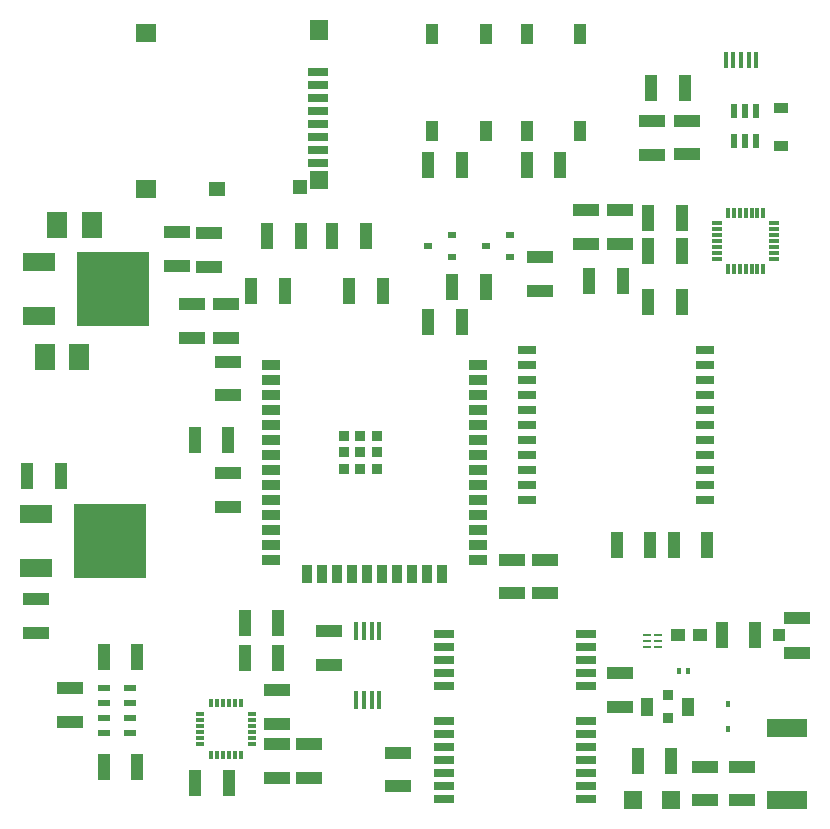
<source format=gtp>
G04*
G04 #@! TF.GenerationSoftware,Altium Limited,Altium Designer,21.9.2 (33)*
G04*
G04 Layer_Color=8421504*
%FSLAX25Y25*%
%MOIN*%
G70*
G04*
G04 #@! TF.SameCoordinates,2BD51A12-542F-4E7F-AF7E-1702C203C590*
G04*
G04*
G04 #@! TF.FilePolarity,Positive*
G04*
G01*
G75*
%ADD18R,0.07087X0.08780*%
%ADD19R,0.04000X0.08900*%
%ADD20R,0.02323X0.04764*%
%ADD21R,0.04803X0.03819*%
%ADD22R,0.01181X0.03740*%
%ADD23R,0.03740X0.01181*%
%ADD24R,0.05906X0.03150*%
%ADD25R,0.03543X0.03543*%
%ADD26R,0.03543X0.05906*%
%ADD27R,0.05906X0.03543*%
%ADD28R,0.08900X0.04000*%
%ADD29R,0.03937X0.07087*%
%ADD30R,0.05118X0.05079*%
%ADD31R,0.05512X0.05079*%
%ADD32R,0.06614X0.03150*%
%ADD33R,0.05906X0.06299*%
%ADD34R,0.05906X0.06693*%
%ADD35R,0.06693X0.05906*%
%ADD36R,0.01575X0.05315*%
%ADD37R,0.03150X0.02362*%
%ADD38R,0.06299X0.05906*%
%ADD39R,0.03701X0.03701*%
%ADD40R,0.04291X0.06496*%
%ADD41R,0.01575X0.01968*%
%ADD42R,0.04528X0.04331*%
%ADD43R,0.02756X0.00906*%
%ADD44R,0.01772X0.05906*%
%ADD45R,0.04331X0.02362*%
%ADD46R,0.03150X0.01378*%
%ADD47R,0.01378X0.03150*%
%ADD48R,0.11024X0.05906*%
%ADD49R,0.24016X0.24803*%
%ADD50R,0.01772X0.02323*%
%ADD51R,0.04134X0.03937*%
%ADD52R,0.08661X0.04134*%
%ADD53R,0.13780X0.05906*%
%ADD54R,0.07087X0.03150*%
D18*
X30000Y203500D02*
D03*
X18504D02*
D03*
X14452Y159500D02*
D03*
X25948D02*
D03*
D19*
X227800Y249300D02*
D03*
X216600D02*
D03*
X251300Y66700D02*
D03*
X240100D02*
D03*
X99700Y199700D02*
D03*
X88500D02*
D03*
X64400Y132000D02*
D03*
X75600D02*
D03*
X186300Y223500D02*
D03*
X175100D02*
D03*
X153400Y223400D02*
D03*
X142200D02*
D03*
X83200Y181400D02*
D03*
X94400D02*
D03*
X121500Y199900D02*
D03*
X110300D02*
D03*
X127000Y181400D02*
D03*
X115800D02*
D03*
X142200Y171300D02*
D03*
X153400D02*
D03*
X161400Y182700D02*
D03*
X150200D02*
D03*
X195900Y184900D02*
D03*
X207100D02*
D03*
X215600Y206000D02*
D03*
X226800D02*
D03*
Y194900D02*
D03*
X215600D02*
D03*
Y177700D02*
D03*
X226800D02*
D03*
X223200Y24700D02*
D03*
X212000D02*
D03*
X224100Y96716D02*
D03*
X235300D02*
D03*
X216200Y96700D02*
D03*
X205000D02*
D03*
X34100Y22900D02*
D03*
X45300D02*
D03*
X34075Y59641D02*
D03*
X45275D02*
D03*
X92214Y59055D02*
D03*
X81014D02*
D03*
X92214Y70866D02*
D03*
X81014D02*
D03*
X64600Y17500D02*
D03*
X75800D02*
D03*
X8573Y119685D02*
D03*
X19773D02*
D03*
D20*
X251640Y241441D02*
D03*
X247900D02*
D03*
X244160D02*
D03*
Y231559D02*
D03*
X247900D02*
D03*
X251640D02*
D03*
D21*
X259949Y242597D02*
D03*
Y229683D02*
D03*
D22*
X253937Y207599D02*
D03*
X251969D02*
D03*
X250000D02*
D03*
X248031D02*
D03*
X246063D02*
D03*
X244094D02*
D03*
X242126D02*
D03*
X253937Y188702D02*
D03*
X251969D02*
D03*
X250000D02*
D03*
X248031D02*
D03*
X246063D02*
D03*
X244094D02*
D03*
X242126D02*
D03*
D23*
X238583Y204056D02*
D03*
Y202087D02*
D03*
Y200119D02*
D03*
Y198150D02*
D03*
Y196182D02*
D03*
Y194213D02*
D03*
Y192245D02*
D03*
X257480Y204056D02*
D03*
Y202087D02*
D03*
Y200119D02*
D03*
Y198150D02*
D03*
Y196182D02*
D03*
Y194213D02*
D03*
Y192245D02*
D03*
D24*
X234328Y161800D02*
D03*
Y156800D02*
D03*
Y151800D02*
D03*
Y146800D02*
D03*
Y141800D02*
D03*
Y136800D02*
D03*
Y131800D02*
D03*
Y126800D02*
D03*
Y121800D02*
D03*
Y116800D02*
D03*
Y111800D02*
D03*
X175272D02*
D03*
Y116800D02*
D03*
Y121800D02*
D03*
Y126800D02*
D03*
Y131800D02*
D03*
Y136800D02*
D03*
Y141800D02*
D03*
Y146800D02*
D03*
Y151800D02*
D03*
Y156800D02*
D03*
Y161800D02*
D03*
D25*
X114000Y133300D02*
D03*
X125024D02*
D03*
Y122276D02*
D03*
X114000D02*
D03*
X119512Y133300D02*
D03*
X114000Y127788D02*
D03*
X119512Y122276D02*
D03*
X125024Y127788D02*
D03*
X119512D02*
D03*
D26*
X146933Y87276D02*
D03*
X141933D02*
D03*
X136933D02*
D03*
X131933D02*
D03*
X101933D02*
D03*
X106933D02*
D03*
X111933D02*
D03*
X116933D02*
D03*
X126933D02*
D03*
X121933D02*
D03*
D27*
X158882Y156961D02*
D03*
Y151961D02*
D03*
Y146961D02*
D03*
Y141961D02*
D03*
Y136961D02*
D03*
Y131961D02*
D03*
Y126961D02*
D03*
Y121961D02*
D03*
Y116961D02*
D03*
Y111961D02*
D03*
Y106961D02*
D03*
Y101961D02*
D03*
Y96961D02*
D03*
Y91961D02*
D03*
X89984D02*
D03*
Y96961D02*
D03*
Y101961D02*
D03*
Y106961D02*
D03*
Y111961D02*
D03*
Y116961D02*
D03*
Y121961D02*
D03*
Y126961D02*
D03*
Y131961D02*
D03*
Y136961D02*
D03*
Y141961D02*
D03*
Y146961D02*
D03*
Y151961D02*
D03*
Y156961D02*
D03*
D28*
X228353Y227010D02*
D03*
Y238210D02*
D03*
X216700Y238200D02*
D03*
Y227000D02*
D03*
X75400Y146700D02*
D03*
Y157900D02*
D03*
X75600Y109600D02*
D03*
Y120800D02*
D03*
X179400Y181600D02*
D03*
Y192800D02*
D03*
X206200Y197300D02*
D03*
Y208500D02*
D03*
X194700D02*
D03*
Y197300D02*
D03*
X234600Y22900D02*
D03*
Y11700D02*
D03*
X181200Y92000D02*
D03*
Y80800D02*
D03*
X170100Y92000D02*
D03*
Y80800D02*
D03*
X74809Y177191D02*
D03*
Y165991D02*
D03*
X63373Y177191D02*
D03*
Y165991D02*
D03*
X69100Y200800D02*
D03*
Y189600D02*
D03*
X58600Y189900D02*
D03*
Y201100D02*
D03*
X132100Y16400D02*
D03*
Y27600D02*
D03*
X109000Y56900D02*
D03*
Y68100D02*
D03*
X22775Y49041D02*
D03*
Y37841D02*
D03*
X91900Y37200D02*
D03*
Y48400D02*
D03*
X102362Y30500D02*
D03*
Y19300D02*
D03*
X91900Y30500D02*
D03*
Y19300D02*
D03*
X11417Y78740D02*
D03*
Y67540D02*
D03*
X246700Y11700D02*
D03*
Y22900D02*
D03*
X206000Y43000D02*
D03*
Y54200D02*
D03*
D29*
X143642Y267242D02*
D03*
Y234958D02*
D03*
X161358D02*
D03*
Y267242D02*
D03*
X175149D02*
D03*
Y234958D02*
D03*
X192865D02*
D03*
Y267242D02*
D03*
D30*
X99559Y216104D02*
D03*
D31*
X71842Y215514D02*
D03*
D32*
X105425Y224195D02*
D03*
Y228526D02*
D03*
Y232856D02*
D03*
Y237187D02*
D03*
Y241518D02*
D03*
Y245848D02*
D03*
Y250179D02*
D03*
Y254510D02*
D03*
D33*
X105780Y218644D02*
D03*
D34*
Y268486D02*
D03*
D35*
X48221Y215514D02*
D03*
Y267482D02*
D03*
D36*
X241339Y258661D02*
D03*
X243898D02*
D03*
X246457D02*
D03*
X249016D02*
D03*
X251575D02*
D03*
D37*
X142247Y196457D02*
D03*
X150200Y200197D02*
D03*
Y192717D02*
D03*
X169331D02*
D03*
Y200197D02*
D03*
X161378Y196457D02*
D03*
D38*
X210600Y11700D02*
D03*
X223198D02*
D03*
D39*
X222091Y39142D02*
D03*
Y46858D02*
D03*
D40*
X228883Y43000D02*
D03*
X215300D02*
D03*
D41*
X225750Y54800D02*
D03*
X228900D02*
D03*
D42*
X225600Y66700D02*
D03*
X232687D02*
D03*
D43*
X215300Y62800D02*
D03*
Y64768D02*
D03*
Y66737D02*
D03*
X218961D02*
D03*
Y64768D02*
D03*
Y62800D02*
D03*
D44*
X118261Y45283D02*
D03*
X120820D02*
D03*
X123380D02*
D03*
X125939D02*
D03*
Y68117D02*
D03*
X123380D02*
D03*
X120820D02*
D03*
X118261D02*
D03*
D45*
X42713Y49030D02*
D03*
Y44109D02*
D03*
Y39187D02*
D03*
Y34266D02*
D03*
X34051D02*
D03*
Y39187D02*
D03*
Y44109D02*
D03*
Y49030D02*
D03*
D46*
X66142Y40354D02*
D03*
Y38386D02*
D03*
Y36417D02*
D03*
Y34449D02*
D03*
Y32480D02*
D03*
Y30512D02*
D03*
X83465D02*
D03*
Y32480D02*
D03*
Y34449D02*
D03*
Y36417D02*
D03*
Y38386D02*
D03*
Y40354D02*
D03*
D47*
X69882Y26772D02*
D03*
X71850D02*
D03*
X73819D02*
D03*
X75787D02*
D03*
X77756D02*
D03*
X79724D02*
D03*
X71850Y44094D02*
D03*
X77756D02*
D03*
X79724D02*
D03*
X73819D02*
D03*
X69882D02*
D03*
X75787D02*
D03*
D48*
X11594Y107032D02*
D03*
Y89031D02*
D03*
X12387Y191300D02*
D03*
Y173300D02*
D03*
D49*
X36220Y98032D02*
D03*
X37013Y182300D02*
D03*
D50*
X242200Y43854D02*
D03*
Y35546D02*
D03*
D51*
X259100Y66700D02*
D03*
D52*
X265301Y60893D02*
D03*
Y72507D02*
D03*
D53*
X261800Y11700D02*
D03*
Y35716D02*
D03*
D54*
X147638Y54162D02*
D03*
Y29359D02*
D03*
Y33690D02*
D03*
Y12036D02*
D03*
Y16367D02*
D03*
Y20698D02*
D03*
Y25028D02*
D03*
Y38021D02*
D03*
Y49832D02*
D03*
Y58493D02*
D03*
Y62824D02*
D03*
Y67154D02*
D03*
X194882D02*
D03*
Y62824D02*
D03*
Y58493D02*
D03*
Y54162D02*
D03*
Y49832D02*
D03*
Y38021D02*
D03*
Y33690D02*
D03*
Y29359D02*
D03*
Y25028D02*
D03*
Y20698D02*
D03*
Y16367D02*
D03*
Y12036D02*
D03*
M02*

</source>
